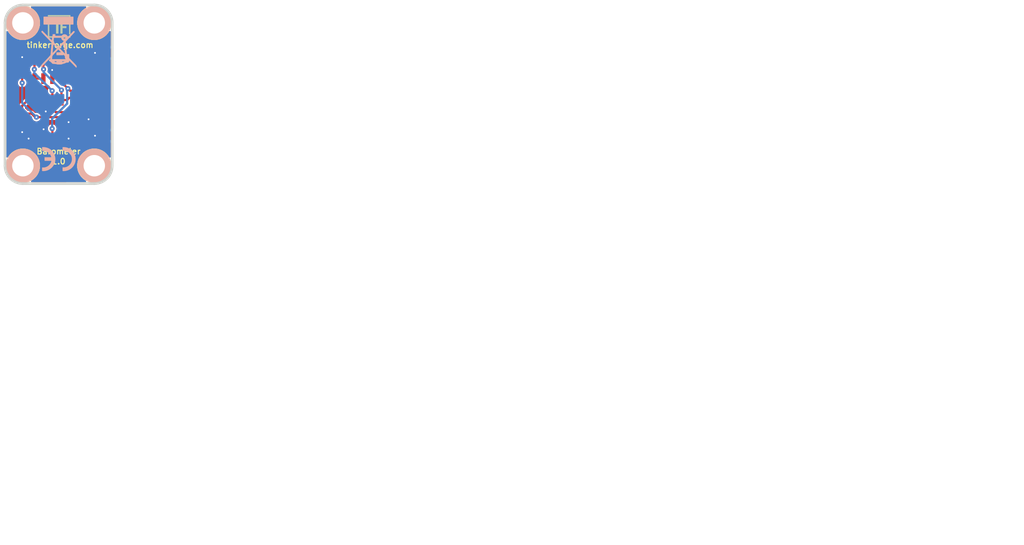
<source format=kicad_pcb>
(kicad_pcb (version 20221018) (generator pcbnew)
  (title_block (title "Barometric Pressure Bricklet") (date "11 jun 2013") (rev "1.0") (company "Tinkerforge GmbH") (comment 1 "Licensed under CERN OHL v.1.1") (comment 2 "Copyright (©) 2011, B.Nordmeyer <bastian@tinkerforge.com>"))
  (layers (0 "F.Cu" signal "Vorderseite") (31 "B.Cu" signal "Rückseite") (34 "B.Paste" user) (35 "F.Paste" user) (36 "B.SilkS" user "B.Silkscreen") (37 "F.SilkS" user "F.Silkscreen") (38 "B.Mask" user) (39 "F.Mask" user) (44 "Edge.Cuts" user))
  (net 0 "")
  (net 1 "GND")
  (net 2 "SCL")
  (net 3 "SDA")
  (net 4 "VCC")
  (net 5 "Net-(P1-Pad1)")
  (net 6 "Net-(P1-Pad6)")
  (net 7 "Net-(P1-Pad7)")
  (net 8 "Net-(P1-Pad8)")
  (net 9 "Net-(P1-Pad9)")
  (net 10 "Net-(P1-Pad10)")
  (net 11 "Net-(U1-Pad7)")
  (net 12 "Net-(U2-Pad6)")
  (footprint "kicad-libraries:CON-SENSOR" (layer "F.Cu") (at 155.32608 103.124 90)
    (fp_text reference "P1")
    (fp_text value "CON-SENSOR")
    (pad "1" smd rect (at -4.50088 -4.7752 90) (size 0.59944 1.5494) (layers "F.Cu" "F.Paste" "F.Mask") (net 5 "Net-(P1-Pad1)"))
    (pad "2" smd rect (at -3.50012 -4.7752 90) (size 0.59944 1.5494) (layers "F.Cu" "F.Paste" "F.Mask") (net 1 "GND"))
    (pad "3" smd rect (at -2.49936 -4.7752 90) (size 0.59944 1.5494) (layers "F.Cu" "F.Paste" "F.Mask") (net 4 "VCC"))
    (pad "4" smd rect (at -1.50114 -4.7752 90) (size 0.59944 1.5494) (layers "F.Cu" "F.Paste" "F.Mask") (net 2 "SCL"))
    (pad "5" smd rect (at -0.50038 -4.7752 90) (size 0.59944 1.5494) (layers "F.Cu" "F.Paste" "F.Mask") (net 3 "SDA"))
    (pad "6" smd rect (at 0.50038 -4.7752 90) (size 0.59944 1.5494) (layers "F.Cu" "F.Paste" "F.Mask") (net 6 "Net-(P1-Pad6)"))
    (pad "7" smd rect (at 1.50114 -4.7752 90) (size 0.59944 1.5494) (layers "F.Cu" "F.Paste" "F.Mask") (net 7 "Net-(P1-Pad7)"))
    (pad "8" smd rect (at 2.49936 -4.7752 90) (size 0.59944 1.5494) (layers "F.Cu" "F.Paste" "F.Mask") (net 8 "Net-(P1-Pad8)"))
    (pad "9" smd rect (at 3.50012 -4.7752 90) (size 0.59944 1.5494) (layers "F.Cu" "F.Paste" "F.Mask") (net 9 "Net-(P1-Pad9)"))
    (pad "10" smd rect (at 4.50088 -4.7752 90) (size 0.59944 1.5494) (layers "F.Cu" "F.Paste" "F.Mask") (net 10 "Net-(P1-Pad10)"))
    (pad "EP" smd rect (at -5.79882 -0.89916 90) (size 1.19888 1.80086) (layers "F.Cu" "F.Paste" "F.Mask") (net 1 "GND"))
    (pad "EP" smd rect (at 5.79882 -0.89916 90) (size 1.19888 1.80086) (layers "F.Cu" "F.Paste" "F.Mask") (net 1 "GND"))
  )
  (footprint "kicad-libraries:SOIC8" (layer "F.Cu") (at 146.32432 106.62666)
    (fp_text reference "U1")
    (fp_text value "M24C64")
    (pad "1" smd rect (at -1.90246 2.69748 180) (size 0.59944 1.5494) (layers "F.Cu" "F.Paste" "F.Mask") (net 1 "GND"))
    (pad "2" smd rect (at -0.63246 2.69748 180) (size 0.59944 1.5494) (layers "F.Cu" "F.Paste" "F.Mask") (net 1 "GND"))
    (pad "3" smd rect (at 0.63246 2.69748 180) (size 0.59944 1.5494) (layers "F.Cu" "F.Paste" "F.Mask") (net 6 "Net-(P1-Pad6)"))
    (pad "4" smd rect (at 1.90246 2.69748 180) (size 0.59944 1.5494) (layers "F.Cu" "F.Paste" "F.Mask") (net 1 "GND"))
    (pad "5" smd rect (at 1.90246 -2.69748) (size 0.59944 1.5494) (layers "F.Cu" "F.Paste" "F.Mask") (net 3 "SDA"))
    (pad "6" smd rect (at 0.63246 -2.69748) (size 0.59944 1.5494) (layers "F.Cu" "F.Paste" "F.Mask") (net 2 "SCL"))
    (pad "7" smd rect (at -0.63246 -2.69748) (size 0.59944 1.5494) (layers "F.Cu" "F.Paste" "F.Mask") (net 11 "Net-(U1-Pad7)"))
    (pad "8" smd rect (at -1.90246 -2.69748) (size 0.59944 1.5494) (layers "F.Cu" "F.Paste" "F.Mask") (net 4 "VCC"))
  )
  (footprint "kicad-libraries:DRILL_NP" (layer "F.Cu") (at 142.8242 93.12402 90)
    (fp_text reference "U6" hide)
    (fp_text value "DRILL" hide)
    (pad "" np_thru_hole circle (at 0 0 90) (size 2.99974 2.99974) (drill 2.99974) (layers "*.Cu" "*.Mask" "F.SilkS") (clearance 0.89916))
  )
  (footprint "kicad-libraries:DRILL_NP" (layer "F.Cu") (at 142.8242 113.12398)
    (fp_text reference "U5" hide)
    (fp_text value "DRILL" hide)
    (pad "" np_thru_hole circle (at 0 0) (size 2.99974 2.99974) (drill 2.99974) (layers "*.Cu" "*.Mask" "F.SilkS") (clearance 0.89916))
  )
  (footprint "kicad-libraries:DRILL_NP" (layer "F.Cu") (at 152.82418 113.12398 90)
    (fp_text reference "U4" hide)
    (fp_text value "DRILL" hide)
    (pad "" np_thru_hole circle (at 0 0 90) (size 2.99974 2.99974) (drill 2.99974) (layers "*.Cu" "*.Mask" "F.SilkS") (clearance 0.89916))
  )
  (footprint "kicad-libraries:DRILL_NP" (layer "F.Cu") (at 152.82418 93.12402)
    (fp_text reference "U3" hide)
    (fp_text value "DRILL" hide)
    (pad "" np_thru_hole circle (at 0 0) (size 2.99974 2.99974) (drill 2.99974) (layers "*.Cu" "*.Mask" "F.SilkS") (clearance 0.89916))
  )
  (footprint "kicad-libraries:MS5611" (layer "F.Cu") (at 146.32432 99.62642)
    (fp_text reference "U2")
    (fp_text value "MS5611")
    (pad "1" smd rect (at -1.87452 1.30048 180) (size 0.59944 1.50114) (layers "F.Cu" "F.Paste" "F.Mask") (net 4 "VCC"))
    (pad "2" smd rect (at -0.62484 1.30048 180) (size 0.59944 1.50114) (layers "F.Cu" "F.Paste" "F.Mask") (net 4 "VCC"))
    (pad "3" smd rect (at 0.62484 1.30048 180) (size 0.59944 1.50114) (layers "F.Cu" "F.Paste" "F.Mask") (net 1 "GND"))
    (pad "4" smd rect (at 1.87452 1.30048 180) (size 0.59944 1.50114) (layers "F.Cu" "F.Paste" "F.Mask") (net 6 "Net-(P1-Pad6)"))
    (pad "5" smd rect (at 1.87452 -1.30048) (size 0.59944 1.50114) (layers "F.Cu" "F.Paste" "F.Mask") (net 6 "Net-(P1-Pad6)"))
    (pad "6" smd rect (at 0.62484 -1.30048) (size 0.59944 1.50114) (layers "F.Cu" "F.Paste" "F.Mask") (net 12 "Net-(U2-Pad6)"))
    (pad "7" smd rect (at -0.62484 -1.30048) (size 0.59944 1.50114) (layers "F.Cu" "F.Paste" "F.Mask") (net 3 "SDA"))
    (pad "8" smd rect (at -1.87452 -1.30048) (size 0.59944 1.50114) (layers "F.Cu" "F.Paste" "F.Mask") (net 2 "SCL"))
  )
  (footprint "kicad-libraries:Logo_31x31" (layer "F.Cu") (at 146.32432 92.02674)
    (fp_text reference "G***" hide)
    (fp_text value "Logo_31x31" hide)
  )
  (footprint "kicad-libraries:Fiducial_Mark" (layer "F.Cu") (at 149.32406 114.12474)
    (fp_text reference "Fiducial_Mark" hide)
    (fp_text value "VAL**" hide)
    (pad "1" smd circle (at 0 0) (size 1.00076 1.00076) (layers "F.Cu" "F.Paste" "F.Mask") (clearance 0.65024))
  )
  (footprint "kicad-libraries:Fiducial_Mark" (layer "F.Cu") (at 141.82598 96.62668)
    (fp_text reference "Fiducial_Mark" hide)
    (fp_text value "VAL**" hide)
    (pad "1" smd circle (at 0 0) (size 1.00076 1.00076) (layers "F.Cu" "F.Paste" "F.Mask") (clearance 0.65024))
  )
  (footprint "kicad-libraries:C0603" (layer "F.Cu") (at 142.72514 99.62642 90)
    (fp_text reference "C1")
    (fp_text value "100nF")
    (pad "1" smd rect (at -0.8001 0 90) (size 0.8001 0.8001) (layers "F.Cu" "F.Paste" "F.Mask") (net 4 "VCC"))
    (pad "2" smd rect (at 0.8001 0 90) (size 0.8001 0.8001) (layers "F.Cu" "F.Paste" "F.Mask") (net 1 "GND"))
  )
  (footprint "kicad-libraries:C0603" (layer "F.Cu") (at 142.72514 106.62666 -90)
    (fp_text reference "C2")
    (fp_text value "100nF")
    (pad "1" smd rect (at -0.8001 0 270) (size 0.8001 0.8001) (layers "F.Cu" "F.Paste" "F.Mask") (net 4 "VCC"))
    (pad "2" smd rect (at 0.8001 0 270) (size 0.8001 0.8001) (layers "F.Cu" "F.Paste" "F.Mask") (net 1 "GND"))
  )
  (footprint "kicad-libraries:WEEE_7mm" (layer "B.Cu") (at 147.825 95.825)
    (fp_text reference "VAL" hide)
    (fp_text value "WEEE_7mm" hide)
  )
  (footprint "kicad-libraries:CE_5mm" (layer "B.Cu") (at 147.825 112.2 180)
    (fp_text reference "VAL" hide)
    (fp_text value "CE_5mm" hide)
  )
  (gr_line (start 152.82672 90.62212) (end 142.82674 90.62212) (stroke (width 0.381)) (layer "Edge.Cuts"))
  (gr_arc (start 152.82672 90.62212) (mid 154.59583 91.35491) (end 155.32862 93.12402) (stroke (width 0.381)) (layer "Edge.Cuts"))
  (gr_line (start 142.82674 115.62334) (end 152.82672 115.62334) (stroke (width 0.381)) (layer "Edge.Cuts"))
  (gr_arc (start 155.32608 113.12398) (mid 154.594034 114.891294) (end 152.82672 115.62334) (stroke (width 0.381)) (layer "Edge.Cuts"))
  (gr_arc (start 140.32738 93.12402) (mid 141.059426 91.356706) (end 142.82674 90.62466) (stroke (width 0.381)) (layer "Edge.Cuts"))
  (gr_line (start 155.32608 113.12398) (end 155.32608 93.12402) (stroke (width 0.381)) (layer "Edge.Cuts"))
  (gr_arc (start 142.82674 115.62334) (mid 141.059426 114.891294) (end 140.32738 113.12398) (stroke (width 0.381)) (layer "Edge.Cuts"))
  (gr_line (start 140.32738 93.12402) (end 140.32738 113.12398) (stroke (width 0.381)) (layer "Edge.Cuts"))
  (gr_text "Barometer" (at 147.82546 111.125) (layer "F.SilkS") (effects (font (size 0.8001 0.8001) (thickness 0.14986))))
  (gr_text "1.0" (at 147.82546 112.52708) (layer "F.SilkS") (effects (font (size 0.8001 0.8001) (thickness 0.14986))))
  (gr_text "tinkerforge.com" (at 148.02358 96.22536) (layer "F.SilkS") (effects (font (size 0.8001 0.8001) (thickness 0.14986))))
  (segment (start 145.69186 108.05922) (end 145.69186 109.32414) (width 0.29972) (layer "F.Cu") (net 1))
  (segment (start 142.72514 108.42498) (end 142.72514 107.42676) (width 0.29972) (layer "F.Cu") (net 1))
  (segment (start 152.92578 97.32518) (end 154.42692 97.32518) (width 0.29972) (layer "F.Cu") (net 1))
  (segment (start 143.62684 109.32414) (end 143.6243 109.32668) (width 0.29972) (layer "F.Cu") (net 1))
  (segment (start 152.02154 106.62412) (end 152.02408 106.62666) (width 0.29972) (layer "F.Cu") (net 1))
  (segment (start 149.62632 106.62412) (end 149.225 107.02544) (width 0.29972) (layer "F.Cu") (net 1))
  (segment (start 152.92578 108.92536) (end 152.92832 108.92282) (width 0.29972) (layer "F.Cu") (net 1))
  (segment (start 142.72514 98.82632) (end 142.72514 97.92462) (width 0.29972) (layer "F.Cu") (net 1))
  (segment (start 144.42186 109.32414) (end 143.62684 109.32414) (width 0.29972) (layer "F.Cu") (net 1))
  (segment (start 145.72488 108.0262) (end 145.69186 108.05922) (width 0.29972) (layer "F.Cu") (net 1))
  (segment (start 152.92832 108.92282) (end 154.42692 108.92282) (width 0.29972) (layer "F.Cu") (net 1))
  (segment (start 146.94916 100.9269) (end 146.94916 99.75088) (width 0.29972) (layer "F.Cu") (net 1))
  (segment (start 146.94916 99.75088) (end 146.92376 99.72548) (width 0.29972) (layer "F.Cu") (net 1))
  (segment (start 150.55088 106.62412) (end 152.02154 106.62412) (width 0.29972) (layer "F.Cu") (net 1))
  (segment (start 149.22246 109.32414) (end 149.225 109.32668) (width 0.29972) (layer "F.Cu") (net 1))
  (segment (start 150.55088 106.62412) (end 149.62632 106.62412) (width 0.29972) (layer "F.Cu") (net 1))
  (segment (start 148.22678 109.32414) (end 149.22246 109.32414) (width 0.29972) (layer "F.Cu") (net 1))
  (via (at 146.0246 105.52684) (size 0.70104) (drill 0.24892) (layers "F.Cu" "B.Cu") (net 1))
  (via (at 152.92578 97.32518) (size 0.70104) (drill 0.24892) (layers "F.Cu" "B.Cu") (net 1))
  (via (at 142.72514 97.92462) (size 0.70104) (drill 0.24892) (layers "F.Cu" "B.Cu") (net 1))
  (via (at 149.225 109.32668) (size 0.70104) (drill 0.24892) (layers "F.Cu" "B.Cu") (net 1))
  (via (at 149.225 107.02544) (size 0.70104) (drill 0.24892) (layers "F.Cu" "B.Cu") (net 1))
  (via (at 145.72488 108.0262) (size 0.70104) (drill 0.24892) (layers "F.Cu" "B.Cu") (net 1))
  (via (at 143.6243 109.32668) (size 0.70104) (drill 0.24892) (layers "F.Cu" "B.Cu") (net 1))
  (via (at 146.92376 99.72548) (size 0.70104) (drill 0.24892) (layers "F.Cu" "B.Cu") (net 1))
  (via (at 152.02408 106.62666) (size 0.70104) (drill 0.24892) (layers "F.Cu" "B.Cu") (net 1))
  (via (at 152.92578 108.92536) (size 0.70104) (drill 0.24892) (layers "F.Cu" "B.Cu") (net 1))
  (via (at 142.72514 108.42498) (size 0.70104) (drill 0.24892) (layers "F.Cu" "B.Cu") (net 1))
  (segment (start 145.72488 105.82656) (end 146.0246 105.52684) (width 0.29972) (layer "B.Cu") (net 1))
  (segment (start 143.6243 109.32668) (end 142.72514 108.42752) (width 0.29972) (layer "B.Cu") (net 1))
  (segment (start 146.92376 99.72548) (end 149.32406 97.32518) (width 0.29972) (layer "B.Cu") (net 1))
  (segment (start 149.225 109.32668) (end 144.4244 109.32668) (width 0.29972) (layer "B.Cu") (net 1))
  (segment (start 143.6243 109.32668) (end 144.4244 109.32668) (width 0.29972) (layer "B.Cu") (net 1))
  (segment (start 144.4244 109.32668) (end 145.72488 108.0262) (width 0.29972) (layer "B.Cu") (net 1))
  (segment (start 142.72514 97.92462) (end 143.32458 97.32518) (width 0.29972) (layer "B.Cu") (net 1))
  (segment (start 142.72514 108.42752) (end 142.72514 108.42498) (width 0.29972) (layer "B.Cu") (net 1))
  (segment (start 143.32458 97.32518) (end 149.32406 97.32518) (width 0.29972) (layer "B.Cu") (net 1))
  (segment (start 152.02408 106.62666) (end 152.02408 98.22688) (width 0.29972) (layer "B.Cu") (net 1))
  (segment (start 152.02408 106.62666) (end 152.92578 107.52836) (width 0.29972) (layer "B.Cu") (net 1))
  (segment (start 149.32406 97.32518) (end 152.92578 97.32518) (width 0.29972) (layer "B.Cu") (net 1))
  (segment (start 152.92578 107.52836) (end 152.92578 108.92536) (width 0.29972) (layer "B.Cu") (net 1))
  (segment (start 152.02408 98.22688) (end 152.92578 97.32518) (width 0.29972) (layer "B.Cu") (net 1))
  (segment (start 149.225 107.02544) (end 149.225 109.32668) (width 0.29972) (layer "B.Cu") (net 1))
  (segment (start 145.72488 108.0262) (end 145.72488 105.82656) (width 0.29972) (layer "B.Cu") (net 1))
  (segment (start 147.42414 105.6259) (end 146.95678 105.15854) (width 0.29972) (layer "F.Cu") (net 2))
  (segment (start 148.72716 105.6259) (end 147.42414 105.6259) (width 0.29972) (layer "F.Cu") (net 2))
  (segment (start 146.95678 102.65918) (end 146.92376 102.62616) (width 0.29972) (layer "F.Cu") (net 2))
  (segment (start 144.4244 99.62642) (end 144.4498 99.3013) (width 0.29972) (layer "F.Cu") (net 2))
  (segment (start 146.95678 103.92918) (end 146.95678 102.65918) (width 0.29972) (layer "F.Cu") (net 2))
  (segment (start 146.95678 105.15854) (end 146.95678 103.92918) (width 0.29972) (layer "F.Cu") (net 2))
  (segment (start 144.4498 99.3013) (end 144.4498 98.32594) (width 0.29972) (layer "F.Cu") (net 2))
  (segment (start 150.55088 104.62514) (end 149.72792 104.62514) (width 0.29972) (layer "F.Cu") (net 2))
  (segment (start 149.72792 104.62514) (end 148.72716 105.6259) (width 0.29972) (layer "F.Cu") (net 2))
  (via (at 144.4244 99.62642) (size 0.70104) (drill 0.24892) (layers "F.Cu" "B.Cu") (net 2))
  (via (at 146.92376 102.62616) (size 0.70104) (drill 0.24892) (layers "F.Cu" "B.Cu") (net 2))
  (segment (start 144.4244 100.1268) (end 144.4244 99.62642) (width 0.29972) (layer "B.Cu") (net 2))
  (segment (start 146.92376 102.62616) (end 144.4244 100.1268) (width 0.29972) (layer "B.Cu") (net 2))
  (segment (start 148.22678 102.52964) (end 148.22424 102.5271) (width 0.29972) (layer "F.Cu") (net 3))
  (segment (start 148.22678 103.92918) (end 148.22678 102.52964) (width 0.29972) (layer "F.Cu") (net 3))
  (segment (start 149.3266 103.62438) (end 149.0218 103.92918) (width 0.29972) (layer "F.Cu") (net 3))
  (segment (start 149.0218 103.92918) (end 148.22678 103.92918) (width 0.29972) (layer "F.Cu") (net 3))
  (segment (start 150.55088 103.62438) (end 149.3266 103.62438) (width 0.29972) (layer "F.Cu") (net 3))
  (segment (start 145.72488 99.62642) (end 145.69948 99.60102) (width 0.29972) (layer "F.Cu") (net 3))
  (segment (start 145.69948 99.60102) (end 145.69948 98.32594) (width 0.29972) (layer "F.Cu") (net 3))
  (via (at 145.72488 99.62642) (size 0.70104) (drill 0.24892) (layers "F.Cu" "B.Cu") (net 3))
  (via (at 148.22424 102.5271) (size 0.70104) (drill 0.24892) (layers "F.Cu" "B.Cu") (net 3))
  (segment (start 148.22424 102.5271) (end 145.72488 100.02774) (width 0.29972) (layer "B.Cu") (net 3))
  (segment (start 145.72488 100.02774) (end 145.72488 99.62642) (width 0.29972) (layer "B.Cu") (net 3))
  (segment (start 144.72412 106.32694) (end 144.526 106.32694) (width 0.29972) (layer "F.Cu") (net 4))
  (segment (start 142.72514 104.7242) (end 142.72514 105.82656) (width 0.29972) (layer "F.Cu") (net 4))
  (segment (start 149.62632 105.62336) (end 148.92274 106.32694) (width 0.29972) (layer "F.Cu") (net 4))
  (segment (start 144.4498 100.9269) (end 143.22552 100.9269) (width 0.29972) (layer "F.Cu") (net 4))
  (segment (start 142.72514 100.42652) (end 142.72514 101.52634) (width 0.29972) (layer "F.Cu") (net 4))
  (segment (start 143.52016 103.92918) (end 142.72514 104.7242) (width 0.29972) (layer "F.Cu") (net 4))
  (segment (start 150.55088 105.62336) (end 149.62632 105.62336) (width 0.29972) (layer "F.Cu") (net 4))
  (segment (start 143.22552 100.9269) (end 142.72514 100.42652) (width 0.29972) (layer "F.Cu") (net 4))
  (segment (start 145.69948 100.9269) (end 144.4498 100.9269) (width 0.29972) (layer "F.Cu") (net 4))
  (segment (start 148.92274 106.32694) (end 144.72412 106.32694) (width 0.29972) (layer "F.Cu") (net 4))
  (segment (start 144.02562 105.82656) (end 142.72514 105.82656) (width 0.29972) (layer "F.Cu") (net 4))
  (segment (start 144.42186 103.92918) (end 143.52016 103.92918) (width 0.29972) (layer "F.Cu") (net 4))
  (segment (start 144.526 106.32694) (end 144.02562 105.82656) (width 0.29972) (layer "F.Cu") (net 4))
  (via (at 144.72412 106.32694) (size 0.70104) (drill 0.24892) (layers "F.Cu" "B.Cu") (net 4))
  (via (at 142.72514 101.52634) (size 0.70104) (drill 0.24892) (layers "F.Cu" "B.Cu") (net 4))
  (segment (start 142.72514 104.32796) (end 144.72412 106.32694) (width 0.29972) (layer "B.Cu") (net 4))
  (segment (start 142.72514 104.32796) (end 142.72514 101.52634) (width 0.29972) (layer "B.Cu") (net 4))
  (segment (start 150.55088 102.62362) (end 149.42312 102.62362) (width 0.29972) (layer "F.Cu") (net 6))
  (segment (start 146.92376 107.92714) (end 146.95678 107.96016) (width 0.29972) (layer "F.Cu") (net 6))
  (segment (start 148.19884 101.39934) (end 149.12594 102.32644) (width 0.29972) (layer "F.Cu") (net 6))
  (segment (start 148.19884 100.9269) (end 148.19884 101.39934) (width 0.29972) (layer "F.Cu") (net 6))
  (segment (start 146.95678 107.96016) (end 146.95678 109.32414) (width 0.29972) (layer "F.Cu") (net 6))
  (segment (start 148.19884 100.9269) (end 148.19884 98.32594) (width 0.29972) (layer "F.Cu") (net 6))
  (segment (start 149.42312 102.62362) (end 149.12594 102.32644) (width 0.29972) (layer "F.Cu") (net 6))
  (via (at 146.92376 107.92714) (size 0.70104) (drill 0.24892) (layers "F.Cu" "B.Cu") (net 6))
  (via (at 149.12594 102.32644) (size 0.70104) (drill 0.24892) (layers "F.Cu" "B.Cu") (net 6))
  (segment (start 149.02434 104.42702) (end 146.92376 106.5276) (width 0.29972) (layer "B.Cu") (net 6))
  (segment (start 149.12594 102.32644) (end 149.02434 102.42804) (width 0.29972) (layer "B.Cu") (net 6))
  (segment (start 149.02434 102.42804) (end 149.02434 104.42702) (width 0.29972) (layer "B.Cu") (net 6))
  (segment (start 146.92376 106.5276) (end 146.92376 107.92714) (width 0.29972) (layer "B.Cu") (net 6))
  (zone (net 1) (net_name "GND") (layer "F.Cu") (connect_pads (clearance 0.24892)) (min_thickness 0.24892) (fill yes (thermal_gap 0.29972) (thermal_bridge_width 0.29972))
    (polygon (pts (xy 155.32608 115.62334) (xy 155.32608 90.62212) (xy 140.32738 90.62212) (xy 140.32738 115.62334)))
  )
  (zone (net 1) (net_name "GND") (layer "B.Cu") (connect_pads (clearance 0.24892)) (min_thickness 0.24892) (fill yes (thermal_gap 0.29972) (thermal_bridge_width 0.29972))
    (polygon (pts (xy 155.32608 115.62334) (xy 155.32608 90.62212) (xy 140.32738 90.62212) (xy 140.32738 115.62334)))
  )
)
</source>
